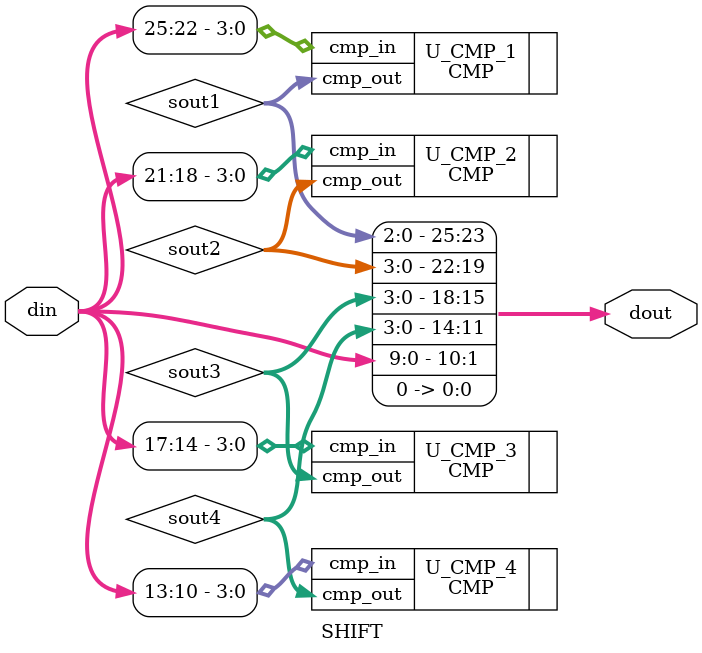
<source format=v>
/*****************************************************************************

*    Engineer       : yanglei
*    Target Device  : Cyclone IV E ( EP4CE6F17C8 )
*    Tool versions  : Quartus II 12.1
*    Create Date    : 2018-1-19
*    Revision       : v1.0
*    Description    : 仅适用于 二进制转BCD码移位 处理模块

*****************************************************************************/
module SHIFT (din, dout);
    
    input   [25:0] din;
    output  [25:0] dout;
    
    wire    [3:0]  sout1;  //shift out 即移位输出
    wire    [3:0]  sout2;
    wire    [3:0]  sout3;
    wire    [3:0]  sout4;

    CMP U_CMP_1            //din[25:22] 进行大四加三比较
    (
        .cmp_in       ( din[25:22] ),
        .cmp_out      ( sout1      )
    );
    
    CMP U_CMP_2            //din[21:18] 进行大四加三比较
    (
        .cmp_in       ( din[21:18] ),
        .cmp_out      ( sout2      )
    );
    
    CMP U_CMP_3            //din[17:14] 进行大四加三比较 
    (
        .cmp_in       ( din[17:14] ),
        .cmp_out      ( sout3      )
    );
    
    CMP U_CMP_4            //din[13:10] 进行大四加三比较 
    (
        .cmp_in       ( din[13:10]),
        .cmp_out      ( sout4     )
    );
    
    //din[25:10] 全部比较完之后，左移一位
    assign dout = {sout1[2:0], sout2, sout3, sout4, din[9:0], 1'b0};
    
endmodule
</source>
